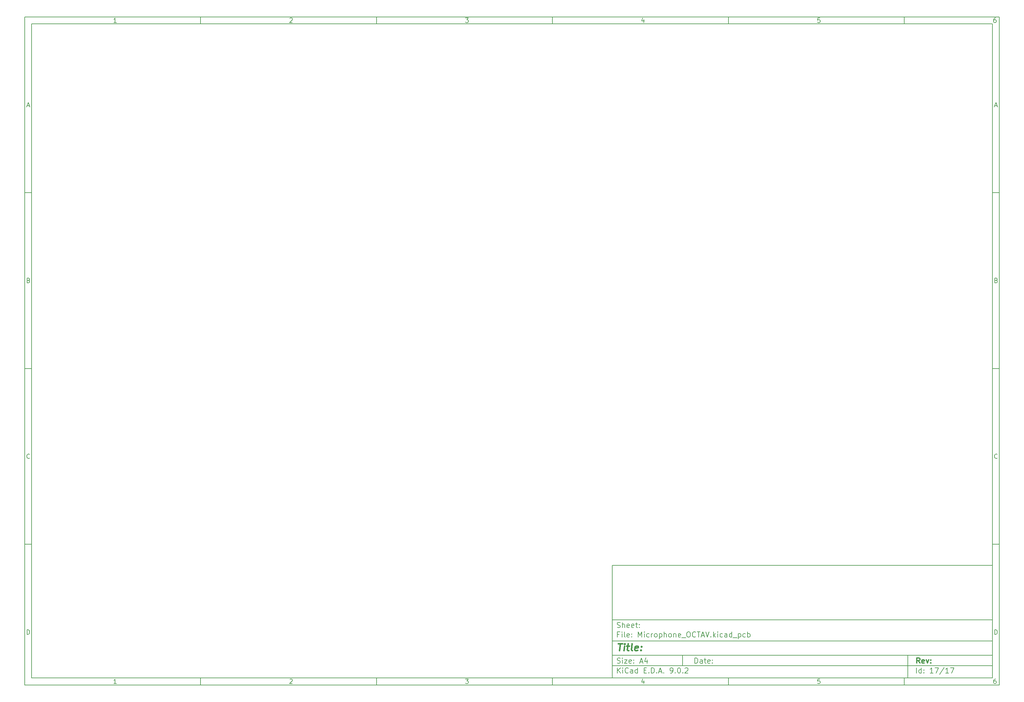
<source format=gbr>
%TF.GenerationSoftware,KiCad,Pcbnew,9.0.2*%
%TF.CreationDate,2025-08-29T05:40:04+02:00*%
%TF.ProjectId,Microphone_OCTAV,4d696372-6f70-4686-9f6e-655f4f435441,rev?*%
%TF.SameCoordinates,Original*%
%TF.FileFunction,AssemblyDrawing,Bot*%
%FSLAX46Y46*%
G04 Gerber Fmt 4.6, Leading zero omitted, Abs format (unit mm)*
G04 Created by KiCad (PCBNEW 9.0.2) date 2025-08-29 05:40:04*
%MOMM*%
%LPD*%
G01*
G04 APERTURE LIST*
%ADD10C,0.100000*%
%ADD11C,0.150000*%
%ADD12C,0.300000*%
%ADD13C,0.400000*%
G04 APERTURE END LIST*
D10*
D11*
X177002200Y-166007200D02*
X285002200Y-166007200D01*
X285002200Y-198007200D01*
X177002200Y-198007200D01*
X177002200Y-166007200D01*
D10*
D11*
X10000000Y-10000000D02*
X287002200Y-10000000D01*
X287002200Y-200007200D01*
X10000000Y-200007200D01*
X10000000Y-10000000D01*
D10*
D11*
X12000000Y-12000000D02*
X285002200Y-12000000D01*
X285002200Y-198007200D01*
X12000000Y-198007200D01*
X12000000Y-12000000D01*
D10*
D11*
X60000000Y-12000000D02*
X60000000Y-10000000D01*
D10*
D11*
X110000000Y-12000000D02*
X110000000Y-10000000D01*
D10*
D11*
X160000000Y-12000000D02*
X160000000Y-10000000D01*
D10*
D11*
X210000000Y-12000000D02*
X210000000Y-10000000D01*
D10*
D11*
X260000000Y-12000000D02*
X260000000Y-10000000D01*
D10*
D11*
X36089160Y-11593604D02*
X35346303Y-11593604D01*
X35717731Y-11593604D02*
X35717731Y-10293604D01*
X35717731Y-10293604D02*
X35593922Y-10479319D01*
X35593922Y-10479319D02*
X35470112Y-10603128D01*
X35470112Y-10603128D02*
X35346303Y-10665033D01*
D10*
D11*
X85346303Y-10417414D02*
X85408207Y-10355509D01*
X85408207Y-10355509D02*
X85532017Y-10293604D01*
X85532017Y-10293604D02*
X85841541Y-10293604D01*
X85841541Y-10293604D02*
X85965350Y-10355509D01*
X85965350Y-10355509D02*
X86027255Y-10417414D01*
X86027255Y-10417414D02*
X86089160Y-10541223D01*
X86089160Y-10541223D02*
X86089160Y-10665033D01*
X86089160Y-10665033D02*
X86027255Y-10850747D01*
X86027255Y-10850747D02*
X85284398Y-11593604D01*
X85284398Y-11593604D02*
X86089160Y-11593604D01*
D10*
D11*
X135284398Y-10293604D02*
X136089160Y-10293604D01*
X136089160Y-10293604D02*
X135655826Y-10788842D01*
X135655826Y-10788842D02*
X135841541Y-10788842D01*
X135841541Y-10788842D02*
X135965350Y-10850747D01*
X135965350Y-10850747D02*
X136027255Y-10912652D01*
X136027255Y-10912652D02*
X136089160Y-11036461D01*
X136089160Y-11036461D02*
X136089160Y-11345985D01*
X136089160Y-11345985D02*
X136027255Y-11469795D01*
X136027255Y-11469795D02*
X135965350Y-11531700D01*
X135965350Y-11531700D02*
X135841541Y-11593604D01*
X135841541Y-11593604D02*
X135470112Y-11593604D01*
X135470112Y-11593604D02*
X135346303Y-11531700D01*
X135346303Y-11531700D02*
X135284398Y-11469795D01*
D10*
D11*
X185965350Y-10726938D02*
X185965350Y-11593604D01*
X185655826Y-10231700D02*
X185346303Y-11160271D01*
X185346303Y-11160271D02*
X186151064Y-11160271D01*
D10*
D11*
X236027255Y-10293604D02*
X235408207Y-10293604D01*
X235408207Y-10293604D02*
X235346303Y-10912652D01*
X235346303Y-10912652D02*
X235408207Y-10850747D01*
X235408207Y-10850747D02*
X235532017Y-10788842D01*
X235532017Y-10788842D02*
X235841541Y-10788842D01*
X235841541Y-10788842D02*
X235965350Y-10850747D01*
X235965350Y-10850747D02*
X236027255Y-10912652D01*
X236027255Y-10912652D02*
X236089160Y-11036461D01*
X236089160Y-11036461D02*
X236089160Y-11345985D01*
X236089160Y-11345985D02*
X236027255Y-11469795D01*
X236027255Y-11469795D02*
X235965350Y-11531700D01*
X235965350Y-11531700D02*
X235841541Y-11593604D01*
X235841541Y-11593604D02*
X235532017Y-11593604D01*
X235532017Y-11593604D02*
X235408207Y-11531700D01*
X235408207Y-11531700D02*
X235346303Y-11469795D01*
D10*
D11*
X285965350Y-10293604D02*
X285717731Y-10293604D01*
X285717731Y-10293604D02*
X285593922Y-10355509D01*
X285593922Y-10355509D02*
X285532017Y-10417414D01*
X285532017Y-10417414D02*
X285408207Y-10603128D01*
X285408207Y-10603128D02*
X285346303Y-10850747D01*
X285346303Y-10850747D02*
X285346303Y-11345985D01*
X285346303Y-11345985D02*
X285408207Y-11469795D01*
X285408207Y-11469795D02*
X285470112Y-11531700D01*
X285470112Y-11531700D02*
X285593922Y-11593604D01*
X285593922Y-11593604D02*
X285841541Y-11593604D01*
X285841541Y-11593604D02*
X285965350Y-11531700D01*
X285965350Y-11531700D02*
X286027255Y-11469795D01*
X286027255Y-11469795D02*
X286089160Y-11345985D01*
X286089160Y-11345985D02*
X286089160Y-11036461D01*
X286089160Y-11036461D02*
X286027255Y-10912652D01*
X286027255Y-10912652D02*
X285965350Y-10850747D01*
X285965350Y-10850747D02*
X285841541Y-10788842D01*
X285841541Y-10788842D02*
X285593922Y-10788842D01*
X285593922Y-10788842D02*
X285470112Y-10850747D01*
X285470112Y-10850747D02*
X285408207Y-10912652D01*
X285408207Y-10912652D02*
X285346303Y-11036461D01*
D10*
D11*
X60000000Y-198007200D02*
X60000000Y-200007200D01*
D10*
D11*
X110000000Y-198007200D02*
X110000000Y-200007200D01*
D10*
D11*
X160000000Y-198007200D02*
X160000000Y-200007200D01*
D10*
D11*
X210000000Y-198007200D02*
X210000000Y-200007200D01*
D10*
D11*
X260000000Y-198007200D02*
X260000000Y-200007200D01*
D10*
D11*
X36089160Y-199600804D02*
X35346303Y-199600804D01*
X35717731Y-199600804D02*
X35717731Y-198300804D01*
X35717731Y-198300804D02*
X35593922Y-198486519D01*
X35593922Y-198486519D02*
X35470112Y-198610328D01*
X35470112Y-198610328D02*
X35346303Y-198672233D01*
D10*
D11*
X85346303Y-198424614D02*
X85408207Y-198362709D01*
X85408207Y-198362709D02*
X85532017Y-198300804D01*
X85532017Y-198300804D02*
X85841541Y-198300804D01*
X85841541Y-198300804D02*
X85965350Y-198362709D01*
X85965350Y-198362709D02*
X86027255Y-198424614D01*
X86027255Y-198424614D02*
X86089160Y-198548423D01*
X86089160Y-198548423D02*
X86089160Y-198672233D01*
X86089160Y-198672233D02*
X86027255Y-198857947D01*
X86027255Y-198857947D02*
X85284398Y-199600804D01*
X85284398Y-199600804D02*
X86089160Y-199600804D01*
D10*
D11*
X135284398Y-198300804D02*
X136089160Y-198300804D01*
X136089160Y-198300804D02*
X135655826Y-198796042D01*
X135655826Y-198796042D02*
X135841541Y-198796042D01*
X135841541Y-198796042D02*
X135965350Y-198857947D01*
X135965350Y-198857947D02*
X136027255Y-198919852D01*
X136027255Y-198919852D02*
X136089160Y-199043661D01*
X136089160Y-199043661D02*
X136089160Y-199353185D01*
X136089160Y-199353185D02*
X136027255Y-199476995D01*
X136027255Y-199476995D02*
X135965350Y-199538900D01*
X135965350Y-199538900D02*
X135841541Y-199600804D01*
X135841541Y-199600804D02*
X135470112Y-199600804D01*
X135470112Y-199600804D02*
X135346303Y-199538900D01*
X135346303Y-199538900D02*
X135284398Y-199476995D01*
D10*
D11*
X185965350Y-198734138D02*
X185965350Y-199600804D01*
X185655826Y-198238900D02*
X185346303Y-199167471D01*
X185346303Y-199167471D02*
X186151064Y-199167471D01*
D10*
D11*
X236027255Y-198300804D02*
X235408207Y-198300804D01*
X235408207Y-198300804D02*
X235346303Y-198919852D01*
X235346303Y-198919852D02*
X235408207Y-198857947D01*
X235408207Y-198857947D02*
X235532017Y-198796042D01*
X235532017Y-198796042D02*
X235841541Y-198796042D01*
X235841541Y-198796042D02*
X235965350Y-198857947D01*
X235965350Y-198857947D02*
X236027255Y-198919852D01*
X236027255Y-198919852D02*
X236089160Y-199043661D01*
X236089160Y-199043661D02*
X236089160Y-199353185D01*
X236089160Y-199353185D02*
X236027255Y-199476995D01*
X236027255Y-199476995D02*
X235965350Y-199538900D01*
X235965350Y-199538900D02*
X235841541Y-199600804D01*
X235841541Y-199600804D02*
X235532017Y-199600804D01*
X235532017Y-199600804D02*
X235408207Y-199538900D01*
X235408207Y-199538900D02*
X235346303Y-199476995D01*
D10*
D11*
X285965350Y-198300804D02*
X285717731Y-198300804D01*
X285717731Y-198300804D02*
X285593922Y-198362709D01*
X285593922Y-198362709D02*
X285532017Y-198424614D01*
X285532017Y-198424614D02*
X285408207Y-198610328D01*
X285408207Y-198610328D02*
X285346303Y-198857947D01*
X285346303Y-198857947D02*
X285346303Y-199353185D01*
X285346303Y-199353185D02*
X285408207Y-199476995D01*
X285408207Y-199476995D02*
X285470112Y-199538900D01*
X285470112Y-199538900D02*
X285593922Y-199600804D01*
X285593922Y-199600804D02*
X285841541Y-199600804D01*
X285841541Y-199600804D02*
X285965350Y-199538900D01*
X285965350Y-199538900D02*
X286027255Y-199476995D01*
X286027255Y-199476995D02*
X286089160Y-199353185D01*
X286089160Y-199353185D02*
X286089160Y-199043661D01*
X286089160Y-199043661D02*
X286027255Y-198919852D01*
X286027255Y-198919852D02*
X285965350Y-198857947D01*
X285965350Y-198857947D02*
X285841541Y-198796042D01*
X285841541Y-198796042D02*
X285593922Y-198796042D01*
X285593922Y-198796042D02*
X285470112Y-198857947D01*
X285470112Y-198857947D02*
X285408207Y-198919852D01*
X285408207Y-198919852D02*
X285346303Y-199043661D01*
D10*
D11*
X10000000Y-60000000D02*
X12000000Y-60000000D01*
D10*
D11*
X10000000Y-110000000D02*
X12000000Y-110000000D01*
D10*
D11*
X10000000Y-160000000D02*
X12000000Y-160000000D01*
D10*
D11*
X10690476Y-35222176D02*
X11309523Y-35222176D01*
X10566666Y-35593604D02*
X10999999Y-34293604D01*
X10999999Y-34293604D02*
X11433333Y-35593604D01*
D10*
D11*
X11092857Y-84912652D02*
X11278571Y-84974557D01*
X11278571Y-84974557D02*
X11340476Y-85036461D01*
X11340476Y-85036461D02*
X11402380Y-85160271D01*
X11402380Y-85160271D02*
X11402380Y-85345985D01*
X11402380Y-85345985D02*
X11340476Y-85469795D01*
X11340476Y-85469795D02*
X11278571Y-85531700D01*
X11278571Y-85531700D02*
X11154761Y-85593604D01*
X11154761Y-85593604D02*
X10659523Y-85593604D01*
X10659523Y-85593604D02*
X10659523Y-84293604D01*
X10659523Y-84293604D02*
X11092857Y-84293604D01*
X11092857Y-84293604D02*
X11216666Y-84355509D01*
X11216666Y-84355509D02*
X11278571Y-84417414D01*
X11278571Y-84417414D02*
X11340476Y-84541223D01*
X11340476Y-84541223D02*
X11340476Y-84665033D01*
X11340476Y-84665033D02*
X11278571Y-84788842D01*
X11278571Y-84788842D02*
X11216666Y-84850747D01*
X11216666Y-84850747D02*
X11092857Y-84912652D01*
X11092857Y-84912652D02*
X10659523Y-84912652D01*
D10*
D11*
X11402380Y-135469795D02*
X11340476Y-135531700D01*
X11340476Y-135531700D02*
X11154761Y-135593604D01*
X11154761Y-135593604D02*
X11030952Y-135593604D01*
X11030952Y-135593604D02*
X10845238Y-135531700D01*
X10845238Y-135531700D02*
X10721428Y-135407890D01*
X10721428Y-135407890D02*
X10659523Y-135284080D01*
X10659523Y-135284080D02*
X10597619Y-135036461D01*
X10597619Y-135036461D02*
X10597619Y-134850747D01*
X10597619Y-134850747D02*
X10659523Y-134603128D01*
X10659523Y-134603128D02*
X10721428Y-134479319D01*
X10721428Y-134479319D02*
X10845238Y-134355509D01*
X10845238Y-134355509D02*
X11030952Y-134293604D01*
X11030952Y-134293604D02*
X11154761Y-134293604D01*
X11154761Y-134293604D02*
X11340476Y-134355509D01*
X11340476Y-134355509D02*
X11402380Y-134417414D01*
D10*
D11*
X10659523Y-185593604D02*
X10659523Y-184293604D01*
X10659523Y-184293604D02*
X10969047Y-184293604D01*
X10969047Y-184293604D02*
X11154761Y-184355509D01*
X11154761Y-184355509D02*
X11278571Y-184479319D01*
X11278571Y-184479319D02*
X11340476Y-184603128D01*
X11340476Y-184603128D02*
X11402380Y-184850747D01*
X11402380Y-184850747D02*
X11402380Y-185036461D01*
X11402380Y-185036461D02*
X11340476Y-185284080D01*
X11340476Y-185284080D02*
X11278571Y-185407890D01*
X11278571Y-185407890D02*
X11154761Y-185531700D01*
X11154761Y-185531700D02*
X10969047Y-185593604D01*
X10969047Y-185593604D02*
X10659523Y-185593604D01*
D10*
D11*
X287002200Y-60000000D02*
X285002200Y-60000000D01*
D10*
D11*
X287002200Y-110000000D02*
X285002200Y-110000000D01*
D10*
D11*
X287002200Y-160000000D02*
X285002200Y-160000000D01*
D10*
D11*
X285692676Y-35222176D02*
X286311723Y-35222176D01*
X285568866Y-35593604D02*
X286002199Y-34293604D01*
X286002199Y-34293604D02*
X286435533Y-35593604D01*
D10*
D11*
X286095057Y-84912652D02*
X286280771Y-84974557D01*
X286280771Y-84974557D02*
X286342676Y-85036461D01*
X286342676Y-85036461D02*
X286404580Y-85160271D01*
X286404580Y-85160271D02*
X286404580Y-85345985D01*
X286404580Y-85345985D02*
X286342676Y-85469795D01*
X286342676Y-85469795D02*
X286280771Y-85531700D01*
X286280771Y-85531700D02*
X286156961Y-85593604D01*
X286156961Y-85593604D02*
X285661723Y-85593604D01*
X285661723Y-85593604D02*
X285661723Y-84293604D01*
X285661723Y-84293604D02*
X286095057Y-84293604D01*
X286095057Y-84293604D02*
X286218866Y-84355509D01*
X286218866Y-84355509D02*
X286280771Y-84417414D01*
X286280771Y-84417414D02*
X286342676Y-84541223D01*
X286342676Y-84541223D02*
X286342676Y-84665033D01*
X286342676Y-84665033D02*
X286280771Y-84788842D01*
X286280771Y-84788842D02*
X286218866Y-84850747D01*
X286218866Y-84850747D02*
X286095057Y-84912652D01*
X286095057Y-84912652D02*
X285661723Y-84912652D01*
D10*
D11*
X286404580Y-135469795D02*
X286342676Y-135531700D01*
X286342676Y-135531700D02*
X286156961Y-135593604D01*
X286156961Y-135593604D02*
X286033152Y-135593604D01*
X286033152Y-135593604D02*
X285847438Y-135531700D01*
X285847438Y-135531700D02*
X285723628Y-135407890D01*
X285723628Y-135407890D02*
X285661723Y-135284080D01*
X285661723Y-135284080D02*
X285599819Y-135036461D01*
X285599819Y-135036461D02*
X285599819Y-134850747D01*
X285599819Y-134850747D02*
X285661723Y-134603128D01*
X285661723Y-134603128D02*
X285723628Y-134479319D01*
X285723628Y-134479319D02*
X285847438Y-134355509D01*
X285847438Y-134355509D02*
X286033152Y-134293604D01*
X286033152Y-134293604D02*
X286156961Y-134293604D01*
X286156961Y-134293604D02*
X286342676Y-134355509D01*
X286342676Y-134355509D02*
X286404580Y-134417414D01*
D10*
D11*
X285661723Y-185593604D02*
X285661723Y-184293604D01*
X285661723Y-184293604D02*
X285971247Y-184293604D01*
X285971247Y-184293604D02*
X286156961Y-184355509D01*
X286156961Y-184355509D02*
X286280771Y-184479319D01*
X286280771Y-184479319D02*
X286342676Y-184603128D01*
X286342676Y-184603128D02*
X286404580Y-184850747D01*
X286404580Y-184850747D02*
X286404580Y-185036461D01*
X286404580Y-185036461D02*
X286342676Y-185284080D01*
X286342676Y-185284080D02*
X286280771Y-185407890D01*
X286280771Y-185407890D02*
X286156961Y-185531700D01*
X286156961Y-185531700D02*
X285971247Y-185593604D01*
X285971247Y-185593604D02*
X285661723Y-185593604D01*
D10*
D11*
X200458026Y-193793328D02*
X200458026Y-192293328D01*
X200458026Y-192293328D02*
X200815169Y-192293328D01*
X200815169Y-192293328D02*
X201029455Y-192364757D01*
X201029455Y-192364757D02*
X201172312Y-192507614D01*
X201172312Y-192507614D02*
X201243741Y-192650471D01*
X201243741Y-192650471D02*
X201315169Y-192936185D01*
X201315169Y-192936185D02*
X201315169Y-193150471D01*
X201315169Y-193150471D02*
X201243741Y-193436185D01*
X201243741Y-193436185D02*
X201172312Y-193579042D01*
X201172312Y-193579042D02*
X201029455Y-193721900D01*
X201029455Y-193721900D02*
X200815169Y-193793328D01*
X200815169Y-193793328D02*
X200458026Y-193793328D01*
X202600884Y-193793328D02*
X202600884Y-193007614D01*
X202600884Y-193007614D02*
X202529455Y-192864757D01*
X202529455Y-192864757D02*
X202386598Y-192793328D01*
X202386598Y-192793328D02*
X202100884Y-192793328D01*
X202100884Y-192793328D02*
X201958026Y-192864757D01*
X202600884Y-193721900D02*
X202458026Y-193793328D01*
X202458026Y-193793328D02*
X202100884Y-193793328D01*
X202100884Y-193793328D02*
X201958026Y-193721900D01*
X201958026Y-193721900D02*
X201886598Y-193579042D01*
X201886598Y-193579042D02*
X201886598Y-193436185D01*
X201886598Y-193436185D02*
X201958026Y-193293328D01*
X201958026Y-193293328D02*
X202100884Y-193221900D01*
X202100884Y-193221900D02*
X202458026Y-193221900D01*
X202458026Y-193221900D02*
X202600884Y-193150471D01*
X203100884Y-192793328D02*
X203672312Y-192793328D01*
X203315169Y-192293328D02*
X203315169Y-193579042D01*
X203315169Y-193579042D02*
X203386598Y-193721900D01*
X203386598Y-193721900D02*
X203529455Y-193793328D01*
X203529455Y-193793328D02*
X203672312Y-193793328D01*
X204743741Y-193721900D02*
X204600884Y-193793328D01*
X204600884Y-193793328D02*
X204315170Y-193793328D01*
X204315170Y-193793328D02*
X204172312Y-193721900D01*
X204172312Y-193721900D02*
X204100884Y-193579042D01*
X204100884Y-193579042D02*
X204100884Y-193007614D01*
X204100884Y-193007614D02*
X204172312Y-192864757D01*
X204172312Y-192864757D02*
X204315170Y-192793328D01*
X204315170Y-192793328D02*
X204600884Y-192793328D01*
X204600884Y-192793328D02*
X204743741Y-192864757D01*
X204743741Y-192864757D02*
X204815170Y-193007614D01*
X204815170Y-193007614D02*
X204815170Y-193150471D01*
X204815170Y-193150471D02*
X204100884Y-193293328D01*
X205458026Y-193650471D02*
X205529455Y-193721900D01*
X205529455Y-193721900D02*
X205458026Y-193793328D01*
X205458026Y-193793328D02*
X205386598Y-193721900D01*
X205386598Y-193721900D02*
X205458026Y-193650471D01*
X205458026Y-193650471D02*
X205458026Y-193793328D01*
X205458026Y-192864757D02*
X205529455Y-192936185D01*
X205529455Y-192936185D02*
X205458026Y-193007614D01*
X205458026Y-193007614D02*
X205386598Y-192936185D01*
X205386598Y-192936185D02*
X205458026Y-192864757D01*
X205458026Y-192864757D02*
X205458026Y-193007614D01*
D10*
D11*
X177002200Y-194507200D02*
X285002200Y-194507200D01*
D10*
D11*
X178458026Y-196593328D02*
X178458026Y-195093328D01*
X179315169Y-196593328D02*
X178672312Y-195736185D01*
X179315169Y-195093328D02*
X178458026Y-195950471D01*
X179958026Y-196593328D02*
X179958026Y-195593328D01*
X179958026Y-195093328D02*
X179886598Y-195164757D01*
X179886598Y-195164757D02*
X179958026Y-195236185D01*
X179958026Y-195236185D02*
X180029455Y-195164757D01*
X180029455Y-195164757D02*
X179958026Y-195093328D01*
X179958026Y-195093328D02*
X179958026Y-195236185D01*
X181529455Y-196450471D02*
X181458027Y-196521900D01*
X181458027Y-196521900D02*
X181243741Y-196593328D01*
X181243741Y-196593328D02*
X181100884Y-196593328D01*
X181100884Y-196593328D02*
X180886598Y-196521900D01*
X180886598Y-196521900D02*
X180743741Y-196379042D01*
X180743741Y-196379042D02*
X180672312Y-196236185D01*
X180672312Y-196236185D02*
X180600884Y-195950471D01*
X180600884Y-195950471D02*
X180600884Y-195736185D01*
X180600884Y-195736185D02*
X180672312Y-195450471D01*
X180672312Y-195450471D02*
X180743741Y-195307614D01*
X180743741Y-195307614D02*
X180886598Y-195164757D01*
X180886598Y-195164757D02*
X181100884Y-195093328D01*
X181100884Y-195093328D02*
X181243741Y-195093328D01*
X181243741Y-195093328D02*
X181458027Y-195164757D01*
X181458027Y-195164757D02*
X181529455Y-195236185D01*
X182815170Y-196593328D02*
X182815170Y-195807614D01*
X182815170Y-195807614D02*
X182743741Y-195664757D01*
X182743741Y-195664757D02*
X182600884Y-195593328D01*
X182600884Y-195593328D02*
X182315170Y-195593328D01*
X182315170Y-195593328D02*
X182172312Y-195664757D01*
X182815170Y-196521900D02*
X182672312Y-196593328D01*
X182672312Y-196593328D02*
X182315170Y-196593328D01*
X182315170Y-196593328D02*
X182172312Y-196521900D01*
X182172312Y-196521900D02*
X182100884Y-196379042D01*
X182100884Y-196379042D02*
X182100884Y-196236185D01*
X182100884Y-196236185D02*
X182172312Y-196093328D01*
X182172312Y-196093328D02*
X182315170Y-196021900D01*
X182315170Y-196021900D02*
X182672312Y-196021900D01*
X182672312Y-196021900D02*
X182815170Y-195950471D01*
X184172313Y-196593328D02*
X184172313Y-195093328D01*
X184172313Y-196521900D02*
X184029455Y-196593328D01*
X184029455Y-196593328D02*
X183743741Y-196593328D01*
X183743741Y-196593328D02*
X183600884Y-196521900D01*
X183600884Y-196521900D02*
X183529455Y-196450471D01*
X183529455Y-196450471D02*
X183458027Y-196307614D01*
X183458027Y-196307614D02*
X183458027Y-195879042D01*
X183458027Y-195879042D02*
X183529455Y-195736185D01*
X183529455Y-195736185D02*
X183600884Y-195664757D01*
X183600884Y-195664757D02*
X183743741Y-195593328D01*
X183743741Y-195593328D02*
X184029455Y-195593328D01*
X184029455Y-195593328D02*
X184172313Y-195664757D01*
X186029455Y-195807614D02*
X186529455Y-195807614D01*
X186743741Y-196593328D02*
X186029455Y-196593328D01*
X186029455Y-196593328D02*
X186029455Y-195093328D01*
X186029455Y-195093328D02*
X186743741Y-195093328D01*
X187386598Y-196450471D02*
X187458027Y-196521900D01*
X187458027Y-196521900D02*
X187386598Y-196593328D01*
X187386598Y-196593328D02*
X187315170Y-196521900D01*
X187315170Y-196521900D02*
X187386598Y-196450471D01*
X187386598Y-196450471D02*
X187386598Y-196593328D01*
X188100884Y-196593328D02*
X188100884Y-195093328D01*
X188100884Y-195093328D02*
X188458027Y-195093328D01*
X188458027Y-195093328D02*
X188672313Y-195164757D01*
X188672313Y-195164757D02*
X188815170Y-195307614D01*
X188815170Y-195307614D02*
X188886599Y-195450471D01*
X188886599Y-195450471D02*
X188958027Y-195736185D01*
X188958027Y-195736185D02*
X188958027Y-195950471D01*
X188958027Y-195950471D02*
X188886599Y-196236185D01*
X188886599Y-196236185D02*
X188815170Y-196379042D01*
X188815170Y-196379042D02*
X188672313Y-196521900D01*
X188672313Y-196521900D02*
X188458027Y-196593328D01*
X188458027Y-196593328D02*
X188100884Y-196593328D01*
X189600884Y-196450471D02*
X189672313Y-196521900D01*
X189672313Y-196521900D02*
X189600884Y-196593328D01*
X189600884Y-196593328D02*
X189529456Y-196521900D01*
X189529456Y-196521900D02*
X189600884Y-196450471D01*
X189600884Y-196450471D02*
X189600884Y-196593328D01*
X190243742Y-196164757D02*
X190958028Y-196164757D01*
X190100885Y-196593328D02*
X190600885Y-195093328D01*
X190600885Y-195093328D02*
X191100885Y-196593328D01*
X191600884Y-196450471D02*
X191672313Y-196521900D01*
X191672313Y-196521900D02*
X191600884Y-196593328D01*
X191600884Y-196593328D02*
X191529456Y-196521900D01*
X191529456Y-196521900D02*
X191600884Y-196450471D01*
X191600884Y-196450471D02*
X191600884Y-196593328D01*
X193529456Y-196593328D02*
X193815170Y-196593328D01*
X193815170Y-196593328D02*
X193958027Y-196521900D01*
X193958027Y-196521900D02*
X194029456Y-196450471D01*
X194029456Y-196450471D02*
X194172313Y-196236185D01*
X194172313Y-196236185D02*
X194243742Y-195950471D01*
X194243742Y-195950471D02*
X194243742Y-195379042D01*
X194243742Y-195379042D02*
X194172313Y-195236185D01*
X194172313Y-195236185D02*
X194100885Y-195164757D01*
X194100885Y-195164757D02*
X193958027Y-195093328D01*
X193958027Y-195093328D02*
X193672313Y-195093328D01*
X193672313Y-195093328D02*
X193529456Y-195164757D01*
X193529456Y-195164757D02*
X193458027Y-195236185D01*
X193458027Y-195236185D02*
X193386599Y-195379042D01*
X193386599Y-195379042D02*
X193386599Y-195736185D01*
X193386599Y-195736185D02*
X193458027Y-195879042D01*
X193458027Y-195879042D02*
X193529456Y-195950471D01*
X193529456Y-195950471D02*
X193672313Y-196021900D01*
X193672313Y-196021900D02*
X193958027Y-196021900D01*
X193958027Y-196021900D02*
X194100885Y-195950471D01*
X194100885Y-195950471D02*
X194172313Y-195879042D01*
X194172313Y-195879042D02*
X194243742Y-195736185D01*
X194886598Y-196450471D02*
X194958027Y-196521900D01*
X194958027Y-196521900D02*
X194886598Y-196593328D01*
X194886598Y-196593328D02*
X194815170Y-196521900D01*
X194815170Y-196521900D02*
X194886598Y-196450471D01*
X194886598Y-196450471D02*
X194886598Y-196593328D01*
X195886599Y-195093328D02*
X196029456Y-195093328D01*
X196029456Y-195093328D02*
X196172313Y-195164757D01*
X196172313Y-195164757D02*
X196243742Y-195236185D01*
X196243742Y-195236185D02*
X196315170Y-195379042D01*
X196315170Y-195379042D02*
X196386599Y-195664757D01*
X196386599Y-195664757D02*
X196386599Y-196021900D01*
X196386599Y-196021900D02*
X196315170Y-196307614D01*
X196315170Y-196307614D02*
X196243742Y-196450471D01*
X196243742Y-196450471D02*
X196172313Y-196521900D01*
X196172313Y-196521900D02*
X196029456Y-196593328D01*
X196029456Y-196593328D02*
X195886599Y-196593328D01*
X195886599Y-196593328D02*
X195743742Y-196521900D01*
X195743742Y-196521900D02*
X195672313Y-196450471D01*
X195672313Y-196450471D02*
X195600884Y-196307614D01*
X195600884Y-196307614D02*
X195529456Y-196021900D01*
X195529456Y-196021900D02*
X195529456Y-195664757D01*
X195529456Y-195664757D02*
X195600884Y-195379042D01*
X195600884Y-195379042D02*
X195672313Y-195236185D01*
X195672313Y-195236185D02*
X195743742Y-195164757D01*
X195743742Y-195164757D02*
X195886599Y-195093328D01*
X197029455Y-196450471D02*
X197100884Y-196521900D01*
X197100884Y-196521900D02*
X197029455Y-196593328D01*
X197029455Y-196593328D02*
X196958027Y-196521900D01*
X196958027Y-196521900D02*
X197029455Y-196450471D01*
X197029455Y-196450471D02*
X197029455Y-196593328D01*
X197672313Y-195236185D02*
X197743741Y-195164757D01*
X197743741Y-195164757D02*
X197886599Y-195093328D01*
X197886599Y-195093328D02*
X198243741Y-195093328D01*
X198243741Y-195093328D02*
X198386599Y-195164757D01*
X198386599Y-195164757D02*
X198458027Y-195236185D01*
X198458027Y-195236185D02*
X198529456Y-195379042D01*
X198529456Y-195379042D02*
X198529456Y-195521900D01*
X198529456Y-195521900D02*
X198458027Y-195736185D01*
X198458027Y-195736185D02*
X197600884Y-196593328D01*
X197600884Y-196593328D02*
X198529456Y-196593328D01*
D10*
D11*
X177002200Y-191507200D02*
X285002200Y-191507200D01*
D10*
D12*
X264413853Y-193785528D02*
X263913853Y-193071242D01*
X263556710Y-193785528D02*
X263556710Y-192285528D01*
X263556710Y-192285528D02*
X264128139Y-192285528D01*
X264128139Y-192285528D02*
X264270996Y-192356957D01*
X264270996Y-192356957D02*
X264342425Y-192428385D01*
X264342425Y-192428385D02*
X264413853Y-192571242D01*
X264413853Y-192571242D02*
X264413853Y-192785528D01*
X264413853Y-192785528D02*
X264342425Y-192928385D01*
X264342425Y-192928385D02*
X264270996Y-192999814D01*
X264270996Y-192999814D02*
X264128139Y-193071242D01*
X264128139Y-193071242D02*
X263556710Y-193071242D01*
X265628139Y-193714100D02*
X265485282Y-193785528D01*
X265485282Y-193785528D02*
X265199568Y-193785528D01*
X265199568Y-193785528D02*
X265056710Y-193714100D01*
X265056710Y-193714100D02*
X264985282Y-193571242D01*
X264985282Y-193571242D02*
X264985282Y-192999814D01*
X264985282Y-192999814D02*
X265056710Y-192856957D01*
X265056710Y-192856957D02*
X265199568Y-192785528D01*
X265199568Y-192785528D02*
X265485282Y-192785528D01*
X265485282Y-192785528D02*
X265628139Y-192856957D01*
X265628139Y-192856957D02*
X265699568Y-192999814D01*
X265699568Y-192999814D02*
X265699568Y-193142671D01*
X265699568Y-193142671D02*
X264985282Y-193285528D01*
X266199567Y-192785528D02*
X266556710Y-193785528D01*
X266556710Y-193785528D02*
X266913853Y-192785528D01*
X267485281Y-193642671D02*
X267556710Y-193714100D01*
X267556710Y-193714100D02*
X267485281Y-193785528D01*
X267485281Y-193785528D02*
X267413853Y-193714100D01*
X267413853Y-193714100D02*
X267485281Y-193642671D01*
X267485281Y-193642671D02*
X267485281Y-193785528D01*
X267485281Y-192856957D02*
X267556710Y-192928385D01*
X267556710Y-192928385D02*
X267485281Y-192999814D01*
X267485281Y-192999814D02*
X267413853Y-192928385D01*
X267413853Y-192928385D02*
X267485281Y-192856957D01*
X267485281Y-192856957D02*
X267485281Y-192999814D01*
D10*
D11*
X178386598Y-193721900D02*
X178600884Y-193793328D01*
X178600884Y-193793328D02*
X178958026Y-193793328D01*
X178958026Y-193793328D02*
X179100884Y-193721900D01*
X179100884Y-193721900D02*
X179172312Y-193650471D01*
X179172312Y-193650471D02*
X179243741Y-193507614D01*
X179243741Y-193507614D02*
X179243741Y-193364757D01*
X179243741Y-193364757D02*
X179172312Y-193221900D01*
X179172312Y-193221900D02*
X179100884Y-193150471D01*
X179100884Y-193150471D02*
X178958026Y-193079042D01*
X178958026Y-193079042D02*
X178672312Y-193007614D01*
X178672312Y-193007614D02*
X178529455Y-192936185D01*
X178529455Y-192936185D02*
X178458026Y-192864757D01*
X178458026Y-192864757D02*
X178386598Y-192721900D01*
X178386598Y-192721900D02*
X178386598Y-192579042D01*
X178386598Y-192579042D02*
X178458026Y-192436185D01*
X178458026Y-192436185D02*
X178529455Y-192364757D01*
X178529455Y-192364757D02*
X178672312Y-192293328D01*
X178672312Y-192293328D02*
X179029455Y-192293328D01*
X179029455Y-192293328D02*
X179243741Y-192364757D01*
X179886597Y-193793328D02*
X179886597Y-192793328D01*
X179886597Y-192293328D02*
X179815169Y-192364757D01*
X179815169Y-192364757D02*
X179886597Y-192436185D01*
X179886597Y-192436185D02*
X179958026Y-192364757D01*
X179958026Y-192364757D02*
X179886597Y-192293328D01*
X179886597Y-192293328D02*
X179886597Y-192436185D01*
X180458026Y-192793328D02*
X181243741Y-192793328D01*
X181243741Y-192793328D02*
X180458026Y-193793328D01*
X180458026Y-193793328D02*
X181243741Y-193793328D01*
X182386598Y-193721900D02*
X182243741Y-193793328D01*
X182243741Y-193793328D02*
X181958027Y-193793328D01*
X181958027Y-193793328D02*
X181815169Y-193721900D01*
X181815169Y-193721900D02*
X181743741Y-193579042D01*
X181743741Y-193579042D02*
X181743741Y-193007614D01*
X181743741Y-193007614D02*
X181815169Y-192864757D01*
X181815169Y-192864757D02*
X181958027Y-192793328D01*
X181958027Y-192793328D02*
X182243741Y-192793328D01*
X182243741Y-192793328D02*
X182386598Y-192864757D01*
X182386598Y-192864757D02*
X182458027Y-193007614D01*
X182458027Y-193007614D02*
X182458027Y-193150471D01*
X182458027Y-193150471D02*
X181743741Y-193293328D01*
X183100883Y-193650471D02*
X183172312Y-193721900D01*
X183172312Y-193721900D02*
X183100883Y-193793328D01*
X183100883Y-193793328D02*
X183029455Y-193721900D01*
X183029455Y-193721900D02*
X183100883Y-193650471D01*
X183100883Y-193650471D02*
X183100883Y-193793328D01*
X183100883Y-192864757D02*
X183172312Y-192936185D01*
X183172312Y-192936185D02*
X183100883Y-193007614D01*
X183100883Y-193007614D02*
X183029455Y-192936185D01*
X183029455Y-192936185D02*
X183100883Y-192864757D01*
X183100883Y-192864757D02*
X183100883Y-193007614D01*
X184886598Y-193364757D02*
X185600884Y-193364757D01*
X184743741Y-193793328D02*
X185243741Y-192293328D01*
X185243741Y-192293328D02*
X185743741Y-193793328D01*
X186886598Y-192793328D02*
X186886598Y-193793328D01*
X186529455Y-192221900D02*
X186172312Y-193293328D01*
X186172312Y-193293328D02*
X187100883Y-193293328D01*
D10*
D11*
X263458026Y-196593328D02*
X263458026Y-195093328D01*
X264815170Y-196593328D02*
X264815170Y-195093328D01*
X264815170Y-196521900D02*
X264672312Y-196593328D01*
X264672312Y-196593328D02*
X264386598Y-196593328D01*
X264386598Y-196593328D02*
X264243741Y-196521900D01*
X264243741Y-196521900D02*
X264172312Y-196450471D01*
X264172312Y-196450471D02*
X264100884Y-196307614D01*
X264100884Y-196307614D02*
X264100884Y-195879042D01*
X264100884Y-195879042D02*
X264172312Y-195736185D01*
X264172312Y-195736185D02*
X264243741Y-195664757D01*
X264243741Y-195664757D02*
X264386598Y-195593328D01*
X264386598Y-195593328D02*
X264672312Y-195593328D01*
X264672312Y-195593328D02*
X264815170Y-195664757D01*
X265529455Y-196450471D02*
X265600884Y-196521900D01*
X265600884Y-196521900D02*
X265529455Y-196593328D01*
X265529455Y-196593328D02*
X265458027Y-196521900D01*
X265458027Y-196521900D02*
X265529455Y-196450471D01*
X265529455Y-196450471D02*
X265529455Y-196593328D01*
X265529455Y-195664757D02*
X265600884Y-195736185D01*
X265600884Y-195736185D02*
X265529455Y-195807614D01*
X265529455Y-195807614D02*
X265458027Y-195736185D01*
X265458027Y-195736185D02*
X265529455Y-195664757D01*
X265529455Y-195664757D02*
X265529455Y-195807614D01*
X268172313Y-196593328D02*
X267315170Y-196593328D01*
X267743741Y-196593328D02*
X267743741Y-195093328D01*
X267743741Y-195093328D02*
X267600884Y-195307614D01*
X267600884Y-195307614D02*
X267458027Y-195450471D01*
X267458027Y-195450471D02*
X267315170Y-195521900D01*
X268672312Y-195093328D02*
X269672312Y-195093328D01*
X269672312Y-195093328D02*
X269029455Y-196593328D01*
X271315169Y-195021900D02*
X270029455Y-196950471D01*
X272600884Y-196593328D02*
X271743741Y-196593328D01*
X272172312Y-196593328D02*
X272172312Y-195093328D01*
X272172312Y-195093328D02*
X272029455Y-195307614D01*
X272029455Y-195307614D02*
X271886598Y-195450471D01*
X271886598Y-195450471D02*
X271743741Y-195521900D01*
X273100883Y-195093328D02*
X274100883Y-195093328D01*
X274100883Y-195093328D02*
X273458026Y-196593328D01*
D10*
D11*
X177002200Y-187507200D02*
X285002200Y-187507200D01*
D10*
D13*
X178693928Y-188211638D02*
X179836785Y-188211638D01*
X179015357Y-190211638D02*
X179265357Y-188211638D01*
X180253452Y-190211638D02*
X180420119Y-188878304D01*
X180503452Y-188211638D02*
X180396309Y-188306876D01*
X180396309Y-188306876D02*
X180479643Y-188402114D01*
X180479643Y-188402114D02*
X180586786Y-188306876D01*
X180586786Y-188306876D02*
X180503452Y-188211638D01*
X180503452Y-188211638D02*
X180479643Y-188402114D01*
X181086786Y-188878304D02*
X181848690Y-188878304D01*
X181455833Y-188211638D02*
X181241548Y-189925923D01*
X181241548Y-189925923D02*
X181312976Y-190116400D01*
X181312976Y-190116400D02*
X181491548Y-190211638D01*
X181491548Y-190211638D02*
X181682024Y-190211638D01*
X182634405Y-190211638D02*
X182455833Y-190116400D01*
X182455833Y-190116400D02*
X182384405Y-189925923D01*
X182384405Y-189925923D02*
X182598690Y-188211638D01*
X184170119Y-190116400D02*
X183967738Y-190211638D01*
X183967738Y-190211638D02*
X183586785Y-190211638D01*
X183586785Y-190211638D02*
X183408214Y-190116400D01*
X183408214Y-190116400D02*
X183336785Y-189925923D01*
X183336785Y-189925923D02*
X183432024Y-189164019D01*
X183432024Y-189164019D02*
X183551071Y-188973542D01*
X183551071Y-188973542D02*
X183753452Y-188878304D01*
X183753452Y-188878304D02*
X184134404Y-188878304D01*
X184134404Y-188878304D02*
X184312976Y-188973542D01*
X184312976Y-188973542D02*
X184384404Y-189164019D01*
X184384404Y-189164019D02*
X184360595Y-189354495D01*
X184360595Y-189354495D02*
X183384404Y-189544971D01*
X185134405Y-190021161D02*
X185217738Y-190116400D01*
X185217738Y-190116400D02*
X185110595Y-190211638D01*
X185110595Y-190211638D02*
X185027262Y-190116400D01*
X185027262Y-190116400D02*
X185134405Y-190021161D01*
X185134405Y-190021161D02*
X185110595Y-190211638D01*
X185265357Y-188973542D02*
X185348690Y-189068780D01*
X185348690Y-189068780D02*
X185241548Y-189164019D01*
X185241548Y-189164019D02*
X185158214Y-189068780D01*
X185158214Y-189068780D02*
X185265357Y-188973542D01*
X185265357Y-188973542D02*
X185241548Y-189164019D01*
D10*
D11*
X178958026Y-185607614D02*
X178458026Y-185607614D01*
X178458026Y-186393328D02*
X178458026Y-184893328D01*
X178458026Y-184893328D02*
X179172312Y-184893328D01*
X179743740Y-186393328D02*
X179743740Y-185393328D01*
X179743740Y-184893328D02*
X179672312Y-184964757D01*
X179672312Y-184964757D02*
X179743740Y-185036185D01*
X179743740Y-185036185D02*
X179815169Y-184964757D01*
X179815169Y-184964757D02*
X179743740Y-184893328D01*
X179743740Y-184893328D02*
X179743740Y-185036185D01*
X180672312Y-186393328D02*
X180529455Y-186321900D01*
X180529455Y-186321900D02*
X180458026Y-186179042D01*
X180458026Y-186179042D02*
X180458026Y-184893328D01*
X181815169Y-186321900D02*
X181672312Y-186393328D01*
X181672312Y-186393328D02*
X181386598Y-186393328D01*
X181386598Y-186393328D02*
X181243740Y-186321900D01*
X181243740Y-186321900D02*
X181172312Y-186179042D01*
X181172312Y-186179042D02*
X181172312Y-185607614D01*
X181172312Y-185607614D02*
X181243740Y-185464757D01*
X181243740Y-185464757D02*
X181386598Y-185393328D01*
X181386598Y-185393328D02*
X181672312Y-185393328D01*
X181672312Y-185393328D02*
X181815169Y-185464757D01*
X181815169Y-185464757D02*
X181886598Y-185607614D01*
X181886598Y-185607614D02*
X181886598Y-185750471D01*
X181886598Y-185750471D02*
X181172312Y-185893328D01*
X182529454Y-186250471D02*
X182600883Y-186321900D01*
X182600883Y-186321900D02*
X182529454Y-186393328D01*
X182529454Y-186393328D02*
X182458026Y-186321900D01*
X182458026Y-186321900D02*
X182529454Y-186250471D01*
X182529454Y-186250471D02*
X182529454Y-186393328D01*
X182529454Y-185464757D02*
X182600883Y-185536185D01*
X182600883Y-185536185D02*
X182529454Y-185607614D01*
X182529454Y-185607614D02*
X182458026Y-185536185D01*
X182458026Y-185536185D02*
X182529454Y-185464757D01*
X182529454Y-185464757D02*
X182529454Y-185607614D01*
X184386597Y-186393328D02*
X184386597Y-184893328D01*
X184386597Y-184893328D02*
X184886597Y-185964757D01*
X184886597Y-185964757D02*
X185386597Y-184893328D01*
X185386597Y-184893328D02*
X185386597Y-186393328D01*
X186100883Y-186393328D02*
X186100883Y-185393328D01*
X186100883Y-184893328D02*
X186029455Y-184964757D01*
X186029455Y-184964757D02*
X186100883Y-185036185D01*
X186100883Y-185036185D02*
X186172312Y-184964757D01*
X186172312Y-184964757D02*
X186100883Y-184893328D01*
X186100883Y-184893328D02*
X186100883Y-185036185D01*
X187458027Y-186321900D02*
X187315169Y-186393328D01*
X187315169Y-186393328D02*
X187029455Y-186393328D01*
X187029455Y-186393328D02*
X186886598Y-186321900D01*
X186886598Y-186321900D02*
X186815169Y-186250471D01*
X186815169Y-186250471D02*
X186743741Y-186107614D01*
X186743741Y-186107614D02*
X186743741Y-185679042D01*
X186743741Y-185679042D02*
X186815169Y-185536185D01*
X186815169Y-185536185D02*
X186886598Y-185464757D01*
X186886598Y-185464757D02*
X187029455Y-185393328D01*
X187029455Y-185393328D02*
X187315169Y-185393328D01*
X187315169Y-185393328D02*
X187458027Y-185464757D01*
X188100883Y-186393328D02*
X188100883Y-185393328D01*
X188100883Y-185679042D02*
X188172312Y-185536185D01*
X188172312Y-185536185D02*
X188243741Y-185464757D01*
X188243741Y-185464757D02*
X188386598Y-185393328D01*
X188386598Y-185393328D02*
X188529455Y-185393328D01*
X189243740Y-186393328D02*
X189100883Y-186321900D01*
X189100883Y-186321900D02*
X189029454Y-186250471D01*
X189029454Y-186250471D02*
X188958026Y-186107614D01*
X188958026Y-186107614D02*
X188958026Y-185679042D01*
X188958026Y-185679042D02*
X189029454Y-185536185D01*
X189029454Y-185536185D02*
X189100883Y-185464757D01*
X189100883Y-185464757D02*
X189243740Y-185393328D01*
X189243740Y-185393328D02*
X189458026Y-185393328D01*
X189458026Y-185393328D02*
X189600883Y-185464757D01*
X189600883Y-185464757D02*
X189672312Y-185536185D01*
X189672312Y-185536185D02*
X189743740Y-185679042D01*
X189743740Y-185679042D02*
X189743740Y-186107614D01*
X189743740Y-186107614D02*
X189672312Y-186250471D01*
X189672312Y-186250471D02*
X189600883Y-186321900D01*
X189600883Y-186321900D02*
X189458026Y-186393328D01*
X189458026Y-186393328D02*
X189243740Y-186393328D01*
X190386597Y-185393328D02*
X190386597Y-186893328D01*
X190386597Y-185464757D02*
X190529455Y-185393328D01*
X190529455Y-185393328D02*
X190815169Y-185393328D01*
X190815169Y-185393328D02*
X190958026Y-185464757D01*
X190958026Y-185464757D02*
X191029455Y-185536185D01*
X191029455Y-185536185D02*
X191100883Y-185679042D01*
X191100883Y-185679042D02*
X191100883Y-186107614D01*
X191100883Y-186107614D02*
X191029455Y-186250471D01*
X191029455Y-186250471D02*
X190958026Y-186321900D01*
X190958026Y-186321900D02*
X190815169Y-186393328D01*
X190815169Y-186393328D02*
X190529455Y-186393328D01*
X190529455Y-186393328D02*
X190386597Y-186321900D01*
X191743740Y-186393328D02*
X191743740Y-184893328D01*
X192386598Y-186393328D02*
X192386598Y-185607614D01*
X192386598Y-185607614D02*
X192315169Y-185464757D01*
X192315169Y-185464757D02*
X192172312Y-185393328D01*
X192172312Y-185393328D02*
X191958026Y-185393328D01*
X191958026Y-185393328D02*
X191815169Y-185464757D01*
X191815169Y-185464757D02*
X191743740Y-185536185D01*
X193315169Y-186393328D02*
X193172312Y-186321900D01*
X193172312Y-186321900D02*
X193100883Y-186250471D01*
X193100883Y-186250471D02*
X193029455Y-186107614D01*
X193029455Y-186107614D02*
X193029455Y-185679042D01*
X193029455Y-185679042D02*
X193100883Y-185536185D01*
X193100883Y-185536185D02*
X193172312Y-185464757D01*
X193172312Y-185464757D02*
X193315169Y-185393328D01*
X193315169Y-185393328D02*
X193529455Y-185393328D01*
X193529455Y-185393328D02*
X193672312Y-185464757D01*
X193672312Y-185464757D02*
X193743741Y-185536185D01*
X193743741Y-185536185D02*
X193815169Y-185679042D01*
X193815169Y-185679042D02*
X193815169Y-186107614D01*
X193815169Y-186107614D02*
X193743741Y-186250471D01*
X193743741Y-186250471D02*
X193672312Y-186321900D01*
X193672312Y-186321900D02*
X193529455Y-186393328D01*
X193529455Y-186393328D02*
X193315169Y-186393328D01*
X194458026Y-185393328D02*
X194458026Y-186393328D01*
X194458026Y-185536185D02*
X194529455Y-185464757D01*
X194529455Y-185464757D02*
X194672312Y-185393328D01*
X194672312Y-185393328D02*
X194886598Y-185393328D01*
X194886598Y-185393328D02*
X195029455Y-185464757D01*
X195029455Y-185464757D02*
X195100884Y-185607614D01*
X195100884Y-185607614D02*
X195100884Y-186393328D01*
X196386598Y-186321900D02*
X196243741Y-186393328D01*
X196243741Y-186393328D02*
X195958027Y-186393328D01*
X195958027Y-186393328D02*
X195815169Y-186321900D01*
X195815169Y-186321900D02*
X195743741Y-186179042D01*
X195743741Y-186179042D02*
X195743741Y-185607614D01*
X195743741Y-185607614D02*
X195815169Y-185464757D01*
X195815169Y-185464757D02*
X195958027Y-185393328D01*
X195958027Y-185393328D02*
X196243741Y-185393328D01*
X196243741Y-185393328D02*
X196386598Y-185464757D01*
X196386598Y-185464757D02*
X196458027Y-185607614D01*
X196458027Y-185607614D02*
X196458027Y-185750471D01*
X196458027Y-185750471D02*
X195743741Y-185893328D01*
X196743741Y-186536185D02*
X197886598Y-186536185D01*
X198529455Y-184893328D02*
X198815169Y-184893328D01*
X198815169Y-184893328D02*
X198958026Y-184964757D01*
X198958026Y-184964757D02*
X199100883Y-185107614D01*
X199100883Y-185107614D02*
X199172312Y-185393328D01*
X199172312Y-185393328D02*
X199172312Y-185893328D01*
X199172312Y-185893328D02*
X199100883Y-186179042D01*
X199100883Y-186179042D02*
X198958026Y-186321900D01*
X198958026Y-186321900D02*
X198815169Y-186393328D01*
X198815169Y-186393328D02*
X198529455Y-186393328D01*
X198529455Y-186393328D02*
X198386598Y-186321900D01*
X198386598Y-186321900D02*
X198243740Y-186179042D01*
X198243740Y-186179042D02*
X198172312Y-185893328D01*
X198172312Y-185893328D02*
X198172312Y-185393328D01*
X198172312Y-185393328D02*
X198243740Y-185107614D01*
X198243740Y-185107614D02*
X198386598Y-184964757D01*
X198386598Y-184964757D02*
X198529455Y-184893328D01*
X200672312Y-186250471D02*
X200600884Y-186321900D01*
X200600884Y-186321900D02*
X200386598Y-186393328D01*
X200386598Y-186393328D02*
X200243741Y-186393328D01*
X200243741Y-186393328D02*
X200029455Y-186321900D01*
X200029455Y-186321900D02*
X199886598Y-186179042D01*
X199886598Y-186179042D02*
X199815169Y-186036185D01*
X199815169Y-186036185D02*
X199743741Y-185750471D01*
X199743741Y-185750471D02*
X199743741Y-185536185D01*
X199743741Y-185536185D02*
X199815169Y-185250471D01*
X199815169Y-185250471D02*
X199886598Y-185107614D01*
X199886598Y-185107614D02*
X200029455Y-184964757D01*
X200029455Y-184964757D02*
X200243741Y-184893328D01*
X200243741Y-184893328D02*
X200386598Y-184893328D01*
X200386598Y-184893328D02*
X200600884Y-184964757D01*
X200600884Y-184964757D02*
X200672312Y-185036185D01*
X201100884Y-184893328D02*
X201958027Y-184893328D01*
X201529455Y-186393328D02*
X201529455Y-184893328D01*
X202386598Y-185964757D02*
X203100884Y-185964757D01*
X202243741Y-186393328D02*
X202743741Y-184893328D01*
X202743741Y-184893328D02*
X203243741Y-186393328D01*
X203529455Y-184893328D02*
X204029455Y-186393328D01*
X204029455Y-186393328D02*
X204529455Y-184893328D01*
X205029454Y-186250471D02*
X205100883Y-186321900D01*
X205100883Y-186321900D02*
X205029454Y-186393328D01*
X205029454Y-186393328D02*
X204958026Y-186321900D01*
X204958026Y-186321900D02*
X205029454Y-186250471D01*
X205029454Y-186250471D02*
X205029454Y-186393328D01*
X205743740Y-186393328D02*
X205743740Y-184893328D01*
X205886598Y-185821900D02*
X206315169Y-186393328D01*
X206315169Y-185393328D02*
X205743740Y-185964757D01*
X206958026Y-186393328D02*
X206958026Y-185393328D01*
X206958026Y-184893328D02*
X206886598Y-184964757D01*
X206886598Y-184964757D02*
X206958026Y-185036185D01*
X206958026Y-185036185D02*
X207029455Y-184964757D01*
X207029455Y-184964757D02*
X206958026Y-184893328D01*
X206958026Y-184893328D02*
X206958026Y-185036185D01*
X208315170Y-186321900D02*
X208172312Y-186393328D01*
X208172312Y-186393328D02*
X207886598Y-186393328D01*
X207886598Y-186393328D02*
X207743741Y-186321900D01*
X207743741Y-186321900D02*
X207672312Y-186250471D01*
X207672312Y-186250471D02*
X207600884Y-186107614D01*
X207600884Y-186107614D02*
X207600884Y-185679042D01*
X207600884Y-185679042D02*
X207672312Y-185536185D01*
X207672312Y-185536185D02*
X207743741Y-185464757D01*
X207743741Y-185464757D02*
X207886598Y-185393328D01*
X207886598Y-185393328D02*
X208172312Y-185393328D01*
X208172312Y-185393328D02*
X208315170Y-185464757D01*
X209600884Y-186393328D02*
X209600884Y-185607614D01*
X209600884Y-185607614D02*
X209529455Y-185464757D01*
X209529455Y-185464757D02*
X209386598Y-185393328D01*
X209386598Y-185393328D02*
X209100884Y-185393328D01*
X209100884Y-185393328D02*
X208958026Y-185464757D01*
X209600884Y-186321900D02*
X209458026Y-186393328D01*
X209458026Y-186393328D02*
X209100884Y-186393328D01*
X209100884Y-186393328D02*
X208958026Y-186321900D01*
X208958026Y-186321900D02*
X208886598Y-186179042D01*
X208886598Y-186179042D02*
X208886598Y-186036185D01*
X208886598Y-186036185D02*
X208958026Y-185893328D01*
X208958026Y-185893328D02*
X209100884Y-185821900D01*
X209100884Y-185821900D02*
X209458026Y-185821900D01*
X209458026Y-185821900D02*
X209600884Y-185750471D01*
X210958027Y-186393328D02*
X210958027Y-184893328D01*
X210958027Y-186321900D02*
X210815169Y-186393328D01*
X210815169Y-186393328D02*
X210529455Y-186393328D01*
X210529455Y-186393328D02*
X210386598Y-186321900D01*
X210386598Y-186321900D02*
X210315169Y-186250471D01*
X210315169Y-186250471D02*
X210243741Y-186107614D01*
X210243741Y-186107614D02*
X210243741Y-185679042D01*
X210243741Y-185679042D02*
X210315169Y-185536185D01*
X210315169Y-185536185D02*
X210386598Y-185464757D01*
X210386598Y-185464757D02*
X210529455Y-185393328D01*
X210529455Y-185393328D02*
X210815169Y-185393328D01*
X210815169Y-185393328D02*
X210958027Y-185464757D01*
X211315170Y-186536185D02*
X212458027Y-186536185D01*
X212815169Y-185393328D02*
X212815169Y-186893328D01*
X212815169Y-185464757D02*
X212958027Y-185393328D01*
X212958027Y-185393328D02*
X213243741Y-185393328D01*
X213243741Y-185393328D02*
X213386598Y-185464757D01*
X213386598Y-185464757D02*
X213458027Y-185536185D01*
X213458027Y-185536185D02*
X213529455Y-185679042D01*
X213529455Y-185679042D02*
X213529455Y-186107614D01*
X213529455Y-186107614D02*
X213458027Y-186250471D01*
X213458027Y-186250471D02*
X213386598Y-186321900D01*
X213386598Y-186321900D02*
X213243741Y-186393328D01*
X213243741Y-186393328D02*
X212958027Y-186393328D01*
X212958027Y-186393328D02*
X212815169Y-186321900D01*
X214815170Y-186321900D02*
X214672312Y-186393328D01*
X214672312Y-186393328D02*
X214386598Y-186393328D01*
X214386598Y-186393328D02*
X214243741Y-186321900D01*
X214243741Y-186321900D02*
X214172312Y-186250471D01*
X214172312Y-186250471D02*
X214100884Y-186107614D01*
X214100884Y-186107614D02*
X214100884Y-185679042D01*
X214100884Y-185679042D02*
X214172312Y-185536185D01*
X214172312Y-185536185D02*
X214243741Y-185464757D01*
X214243741Y-185464757D02*
X214386598Y-185393328D01*
X214386598Y-185393328D02*
X214672312Y-185393328D01*
X214672312Y-185393328D02*
X214815170Y-185464757D01*
X215458026Y-186393328D02*
X215458026Y-184893328D01*
X215458026Y-185464757D02*
X215600884Y-185393328D01*
X215600884Y-185393328D02*
X215886598Y-185393328D01*
X215886598Y-185393328D02*
X216029455Y-185464757D01*
X216029455Y-185464757D02*
X216100884Y-185536185D01*
X216100884Y-185536185D02*
X216172312Y-185679042D01*
X216172312Y-185679042D02*
X216172312Y-186107614D01*
X216172312Y-186107614D02*
X216100884Y-186250471D01*
X216100884Y-186250471D02*
X216029455Y-186321900D01*
X216029455Y-186321900D02*
X215886598Y-186393328D01*
X215886598Y-186393328D02*
X215600884Y-186393328D01*
X215600884Y-186393328D02*
X215458026Y-186321900D01*
D10*
D11*
X177002200Y-181507200D02*
X285002200Y-181507200D01*
D10*
D11*
X178386598Y-183621900D02*
X178600884Y-183693328D01*
X178600884Y-183693328D02*
X178958026Y-183693328D01*
X178958026Y-183693328D02*
X179100884Y-183621900D01*
X179100884Y-183621900D02*
X179172312Y-183550471D01*
X179172312Y-183550471D02*
X179243741Y-183407614D01*
X179243741Y-183407614D02*
X179243741Y-183264757D01*
X179243741Y-183264757D02*
X179172312Y-183121900D01*
X179172312Y-183121900D02*
X179100884Y-183050471D01*
X179100884Y-183050471D02*
X178958026Y-182979042D01*
X178958026Y-182979042D02*
X178672312Y-182907614D01*
X178672312Y-182907614D02*
X178529455Y-182836185D01*
X178529455Y-182836185D02*
X178458026Y-182764757D01*
X178458026Y-182764757D02*
X178386598Y-182621900D01*
X178386598Y-182621900D02*
X178386598Y-182479042D01*
X178386598Y-182479042D02*
X178458026Y-182336185D01*
X178458026Y-182336185D02*
X178529455Y-182264757D01*
X178529455Y-182264757D02*
X178672312Y-182193328D01*
X178672312Y-182193328D02*
X179029455Y-182193328D01*
X179029455Y-182193328D02*
X179243741Y-182264757D01*
X179886597Y-183693328D02*
X179886597Y-182193328D01*
X180529455Y-183693328D02*
X180529455Y-182907614D01*
X180529455Y-182907614D02*
X180458026Y-182764757D01*
X180458026Y-182764757D02*
X180315169Y-182693328D01*
X180315169Y-182693328D02*
X180100883Y-182693328D01*
X180100883Y-182693328D02*
X179958026Y-182764757D01*
X179958026Y-182764757D02*
X179886597Y-182836185D01*
X181815169Y-183621900D02*
X181672312Y-183693328D01*
X181672312Y-183693328D02*
X181386598Y-183693328D01*
X181386598Y-183693328D02*
X181243740Y-183621900D01*
X181243740Y-183621900D02*
X181172312Y-183479042D01*
X181172312Y-183479042D02*
X181172312Y-182907614D01*
X181172312Y-182907614D02*
X181243740Y-182764757D01*
X181243740Y-182764757D02*
X181386598Y-182693328D01*
X181386598Y-182693328D02*
X181672312Y-182693328D01*
X181672312Y-182693328D02*
X181815169Y-182764757D01*
X181815169Y-182764757D02*
X181886598Y-182907614D01*
X181886598Y-182907614D02*
X181886598Y-183050471D01*
X181886598Y-183050471D02*
X181172312Y-183193328D01*
X183100883Y-183621900D02*
X182958026Y-183693328D01*
X182958026Y-183693328D02*
X182672312Y-183693328D01*
X182672312Y-183693328D02*
X182529454Y-183621900D01*
X182529454Y-183621900D02*
X182458026Y-183479042D01*
X182458026Y-183479042D02*
X182458026Y-182907614D01*
X182458026Y-182907614D02*
X182529454Y-182764757D01*
X182529454Y-182764757D02*
X182672312Y-182693328D01*
X182672312Y-182693328D02*
X182958026Y-182693328D01*
X182958026Y-182693328D02*
X183100883Y-182764757D01*
X183100883Y-182764757D02*
X183172312Y-182907614D01*
X183172312Y-182907614D02*
X183172312Y-183050471D01*
X183172312Y-183050471D02*
X182458026Y-183193328D01*
X183600883Y-182693328D02*
X184172311Y-182693328D01*
X183815168Y-182193328D02*
X183815168Y-183479042D01*
X183815168Y-183479042D02*
X183886597Y-183621900D01*
X183886597Y-183621900D02*
X184029454Y-183693328D01*
X184029454Y-183693328D02*
X184172311Y-183693328D01*
X184672311Y-183550471D02*
X184743740Y-183621900D01*
X184743740Y-183621900D02*
X184672311Y-183693328D01*
X184672311Y-183693328D02*
X184600883Y-183621900D01*
X184600883Y-183621900D02*
X184672311Y-183550471D01*
X184672311Y-183550471D02*
X184672311Y-183693328D01*
X184672311Y-182764757D02*
X184743740Y-182836185D01*
X184743740Y-182836185D02*
X184672311Y-182907614D01*
X184672311Y-182907614D02*
X184600883Y-182836185D01*
X184600883Y-182836185D02*
X184672311Y-182764757D01*
X184672311Y-182764757D02*
X184672311Y-182907614D01*
D10*
D11*
X197002200Y-191507200D02*
X197002200Y-194507200D01*
D10*
D11*
X261002200Y-191507200D02*
X261002200Y-198007200D01*
M02*

</source>
